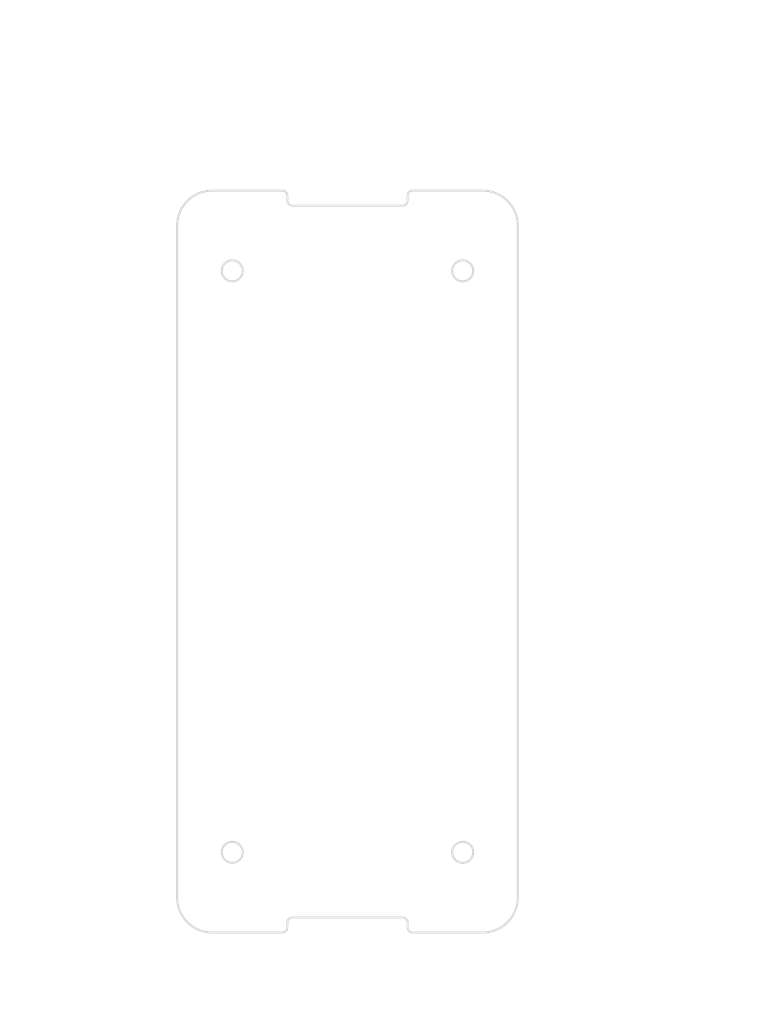
<source format=kicad_pcb>
(kicad_pcb (version 20171130) (host pcbnew "(5.1.0)-1")

  (general
    (thickness 1.6)
    (drawings 73)
    (tracks 0)
    (zones 0)
    (modules 0)
    (nets 1)
  )

  (page A4)
  (layers
    (0 F.Cu signal)
    (31 B.Cu signal)
    (32 B.Adhes user)
    (33 F.Adhes user)
    (34 B.Paste user)
    (35 F.Paste user)
    (36 B.SilkS user)
    (37 F.SilkS user)
    (38 B.Mask user)
    (39 F.Mask user)
    (40 Dwgs.User user)
    (41 Cmts.User user)
    (42 Eco1.User user)
    (43 Eco2.User user)
    (44 Edge.Cuts user)
    (45 Margin user)
    (46 B.CrtYd user)
    (47 F.CrtYd user)
    (48 B.Fab user)
    (49 F.Fab user)
  )

  (setup
    (last_trace_width 0.25)
    (trace_clearance 0.2)
    (zone_clearance 0.508)
    (zone_45_only no)
    (trace_min 0.2)
    (via_size 0.8)
    (via_drill 0.4)
    (via_min_size 0.4)
    (via_min_drill 0.3)
    (uvia_size 0.3)
    (uvia_drill 0.1)
    (uvias_allowed no)
    (uvia_min_size 0.2)
    (uvia_min_drill 0.1)
    (edge_width 0.05)
    (segment_width 0.2)
    (pcb_text_width 0.3)
    (pcb_text_size 1.5 1.5)
    (mod_edge_width 0.12)
    (mod_text_size 1 1)
    (mod_text_width 0.15)
    (pad_size 1.524 1.524)
    (pad_drill 0.762)
    (pad_to_mask_clearance 0.051)
    (solder_mask_min_width 0.25)
    (aux_axis_origin 0 0)
    (visible_elements FFFFFF7F)
    (pcbplotparams
      (layerselection 0x010fc_ffffffff)
      (usegerberextensions false)
      (usegerberattributes false)
      (usegerberadvancedattributes false)
      (creategerberjobfile false)
      (excludeedgelayer true)
      (linewidth 0.152400)
      (plotframeref false)
      (viasonmask false)
      (mode 1)
      (useauxorigin false)
      (hpglpennumber 1)
      (hpglpenspeed 20)
      (hpglpendiameter 15.000000)
      (psnegative false)
      (psa4output false)
      (plotreference true)
      (plotvalue true)
      (plotinvisibletext false)
      (padsonsilk false)
      (subtractmaskfromsilk false)
      (outputformat 1)
      (mirror false)
      (drillshape 1)
      (scaleselection 1)
      (outputdirectory ""))
  )

  (net 0 "")

  (net_class Default "This is the default net class."
    (clearance 0.2)
    (trace_width 0.25)
    (via_dia 0.8)
    (via_drill 0.4)
    (uvia_dia 0.3)
    (uvia_drill 0.1)
  )

  (gr_circle (center 132.878012 129.876606) (end 133.928012 129.876606) (layer Edge.Cuts) (width 0.2))
  (gr_circle (center 155.878012 71.876606) (end 156.928012 71.876606) (layer Edge.Cuts) (width 0.2))
  (gr_circle (center 155.878012 129.876606) (end 156.928012 129.876606) (layer Edge.Cuts) (width 0.2))
  (gr_circle (center 132.878012 71.876606) (end 133.928012 71.876606) (layer Edge.Cuts) (width 0.2))
  (gr_arc (start 157.878012 134.376606) (end 157.878012 137.876606) (angle -90) (layer Edge.Cuts) (width 0.2))
  (gr_arc (start 157.878012 67.376606) (end 161.378012 67.376606) (angle -90) (layer Edge.Cuts) (width 0.2))
  (gr_arc (start 130.878012 67.376606) (end 130.878012 63.876606) (angle -90) (layer Edge.Cuts) (width 0.2))
  (gr_arc (start 130.878012 134.376606) (end 127.378012 134.376606) (angle -90) (layer Edge.Cuts) (width 0.2))
  (gr_line (start 138.378012 64.876606) (end 138.378012 64.376606) (layer Edge.Cuts) (width 0.2))
  (gr_line (start 150.378012 136.876606) (end 150.378012 137.376606) (layer Edge.Cuts) (width 0.2))
  (gr_line (start 138.378012 137.376606) (end 138.378012 136.876606) (layer Edge.Cuts) (width 0.2))
  (gr_line (start 138.878012 136.376606) (end 149.878012 136.376606) (layer Edge.Cuts) (width 0.2))
  (gr_line (start 150.378012 64.376606) (end 150.378012 64.876606) (layer Edge.Cuts) (width 0.2))
  (gr_line (start 149.878012 65.376606) (end 138.878012 65.376606) (layer Edge.Cuts) (width 0.2))
  (gr_line (start 161.378012 134.376606) (end 161.378012 67.376606) (layer Edge.Cuts) (width 0.2))
  (gr_line (start 127.378012 67.376606) (end 127.378012 134.376606) (layer Edge.Cuts) (width 0.2))
  (gr_line (start 157.878012 63.876606) (end 150.878012 63.876606) (layer Edge.Cuts) (width 0.2))
  (gr_line (start 130.878012 137.876606) (end 137.878012 137.876606) (layer Edge.Cuts) (width 0.2))
  (gr_line (start 150.878012 137.876606) (end 157.878012 137.876606) (layer Edge.Cuts) (width 0.2))
  (gr_line (start 137.878012 63.876606) (end 130.878012 63.876606) (layer Edge.Cuts) (width 0.2))
  (gr_arc (start 137.878012 137.376606) (end 137.878012 137.876606) (angle -90) (layer Edge.Cuts) (width 0.2))
  (gr_arc (start 138.878012 136.876606) (end 138.878012 136.376606) (angle -90) (layer Edge.Cuts) (width 0.2))
  (gr_arc (start 150.878012 137.376606) (end 150.378012 137.376606) (angle -90) (layer Edge.Cuts) (width 0.2))
  (gr_arc (start 149.878012 136.876606) (end 150.378012 136.876606) (angle -90) (layer Edge.Cuts) (width 0.2))
  (gr_arc (start 150.878012 64.376606) (end 150.878012 63.876606) (angle -90) (layer Edge.Cuts) (width 0.2))
  (gr_arc (start 149.878012 64.876606) (end 149.878012 65.376606) (angle -90) (layer Edge.Cuts) (width 0.2))
  (gr_arc (start 138.878012 64.876606) (end 138.378012 64.876606) (angle -90) (layer Edge.Cuts) (width 0.2))
  (gr_arc (start 137.878012 64.376606) (end 138.378012 64.376606) (angle -90) (layer Edge.Cuts) (width 0.2))
  (gr_line (start 132.878012 129.966606) (end 132.878012 129.786606) (layer Dwgs.User) (width 0.2))
  (gr_line (start 132.788012 129.876606) (end 132.968012 129.876606) (layer Dwgs.User) (width 0.2))
  (gr_text " ∅2.10\n[∅0.08]" (at 116.555755 123.51121) (layer Dwgs.User)
    (effects (font (size 1.7 1.53) (thickness 0.2125)))
  )
  (gr_line (start 123.092624 123.51121) (end 130.321343 128.213493) (layer Dwgs.User) (width 0.2))
  (gr_line (start 121.092624 123.51121) (end 123.092624 123.51121) (layer Dwgs.User) (width 0.2))
  (gr_text [R0.14] (at 114.197431 140.335606) (layer Dwgs.User)
    (effects (font (size 1.7 1.53) (thickness 0.2125)))
  )
  (gr_text " R3.50" (at 114.197431 136.777591) (layer Dwgs.User)
    (effects (font (size 1.7 1.53) (thickness 0.2125)))
  )
  (gr_line (start 120.668202 138.446145) (end 125.768912 136.413048) (layer Dwgs.User) (width 0.2))
  (gr_line (start 118.668202 138.446145) (end 120.668202 138.446145) (layer Dwgs.User) (width 0.2))
  (gr_text [.47] (at 131.522314 145.627187) (layer Dwgs.User)
    (effects (font (size 1.7 1.53) (thickness 0.2125)))
  )
  (gr_text " 12.00" (at 131.522314 142.073231) (layer Dwgs.User)
    (effects (font (size 1.7 1.53) (thickness 0.2125)))
  )
  (gr_line (start 138.378012 143.741205) (end 135.566926 143.741205) (layer Dwgs.User) (width 0.2))
  (gr_line (start 148.378012 143.741205) (end 140.378012 143.741205) (layer Dwgs.User) (width 0.2))
  (gr_line (start 150.378012 138.376606) (end 150.378012 146.916205) (layer Dwgs.User) (width 0.2))
  (gr_line (start 138.378012 138.376606) (end 138.378012 146.916205) (layer Dwgs.User) (width 0.2))
  (gr_text [2.80] (at 172.504913 101.073244) (layer Dwgs.User)
    (effects (font (size 1.7 1.53) (thickness 0.2125)))
  )
  (gr_text " 71.00" (at 172.504913 97.515808) (layer Dwgs.User)
    (effects (font (size 1.7 1.53) (thickness 0.2125)))
  )
  (gr_line (start 172.504913 134.376606) (end 172.504913 102.741218) (layer Dwgs.User) (width 0.2))
  (gr_line (start 172.504913 67.376606) (end 172.504913 95.626347) (layer Dwgs.User) (width 0.2))
  (gr_line (start 150.878012 136.376606) (end 175.679913 136.376606) (layer Dwgs.User) (width 0.2))
  (gr_line (start 150.878012 65.376606) (end 175.679913 65.376606) (layer Dwgs.User) (width 0.2))
  (gr_text [.91] (at 144.378012 61.2268) (layer Dwgs.User)
    (effects (font (size 1.7 1.53) (thickness 0.2125)))
  )
  (gr_text " 23.00" (at 144.378012 57.668785) (layer Dwgs.User)
    (effects (font (size 1.7 1.53) (thickness 0.2125)))
  )
  (gr_line (start 134.878012 59.337339) (end 140.333401 59.337339) (layer Dwgs.User) (width 0.2))
  (gr_line (start 153.878012 59.337339) (end 148.422623 59.337339) (layer Dwgs.User) (width 0.2))
  (gr_line (start 132.878012 70.876606) (end 132.878012 56.162339) (layer Dwgs.User) (width 0.2))
  (gr_line (start 155.878012 70.876606) (end 155.878012 56.162339) (layer Dwgs.User) (width 0.2))
  (gr_text [2.28] (at 165.878012 85.266067) (layer Dwgs.User)
    (effects (font (size 1.7 1.53) (thickness 0.2125)))
  )
  (gr_text " 58.00" (at 165.878012 81.708632) (layer Dwgs.User)
    (effects (font (size 1.7 1.53) (thickness 0.2125)))
  )
  (gr_line (start 165.878012 127.876606) (end 165.878012 86.934041) (layer Dwgs.User) (width 0.2))
  (gr_line (start 165.878012 73.876606) (end 165.878012 79.819171) (layer Dwgs.User) (width 0.2))
  (gr_line (start 156.878012 129.876606) (end 169.053012 129.876606) (layer Dwgs.User) (width 0.2))
  (gr_line (start 156.878012 71.876606) (end 169.053012 71.876606) (layer Dwgs.User) (width 0.2))
  (gr_text [2.91] (at 182.14098 89.614136) (layer Dwgs.User)
    (effects (font (size 1.7 1.53) (thickness 0.2125)))
  )
  (gr_text " 74.00" (at 182.14098 86.056701) (layer Dwgs.User)
    (effects (font (size 1.7 1.53) (thickness 0.2125)))
  )
  (gr_line (start 182.14098 135.876606) (end 182.14098 91.28211) (layer Dwgs.User) (width 0.2))
  (gr_line (start 182.14098 65.876606) (end 182.14098 84.167239) (layer Dwgs.User) (width 0.2))
  (gr_line (start 158.878012 137.876606) (end 185.31598 137.876606) (layer Dwgs.User) (width 0.2))
  (gr_line (start 158.878012 63.876606) (end 185.31598 63.876606) (layer Dwgs.User) (width 0.2))
  (gr_text [1.34] (at 151.438199 50.028127) (layer Dwgs.User)
    (effects (font (size 1.7 1.53) (thickness 0.2125)))
  )
  (gr_text " 34.00" (at 151.438199 46.470112) (layer Dwgs.User)
    (effects (font (size 1.7 1.53) (thickness 0.2125)))
  )
  (gr_line (start 129.378012 48.138666) (end 147.393587 48.138666) (layer Dwgs.User) (width 0.2))
  (gr_line (start 159.378012 48.138666) (end 155.48281 48.138666) (layer Dwgs.User) (width 0.2))
  (gr_line (start 127.378012 66.376606) (end 127.378012 44.963666) (layer Dwgs.User) (width 0.2))
  (gr_line (start 161.378012 66.376606) (end 161.378012 44.963666) (layer Dwgs.User) (width 0.2))

)

</source>
